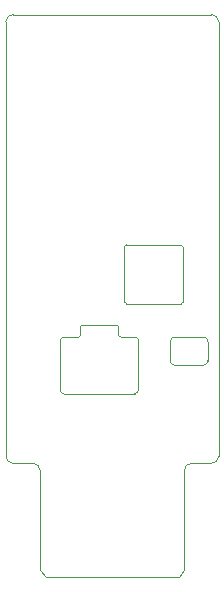
<source format=gm1>
G04 #@! TF.GenerationSoftware,KiCad,Pcbnew,7.0.1-3b83917a11~172~ubuntu22.04.1*
G04 #@! TF.CreationDate,2023-04-10T17:36:39+00:00*
G04 #@! TF.ProjectId,ducklace,6475636b-6c61-4636-952e-6b696361645f,rev?*
G04 #@! TF.SameCoordinates,Original*
G04 #@! TF.FileFunction,Profile,NP*
%FSLAX46Y46*%
G04 Gerber Fmt 4.6, Leading zero omitted, Abs format (unit mm)*
G04 Created by KiCad (PCBNEW 7.0.1-3b83917a11~172~ubuntu22.04.1) date 2023-04-10 17:36:39*
%MOMM*%
%LPD*%
G01*
G04 APERTURE LIST*
G04 #@! TA.AperFunction,Profile*
%ADD10C,0.100000*%
G04 #@! TD*
G04 #@! TA.AperFunction,Profile*
%ADD11C,0.120000*%
G04 #@! TD*
G04 APERTURE END LIST*
D10*
X89500000Y-80680000D02*
X106300000Y-80680000D01*
X91200000Y-118680000D02*
X89500000Y-118680000D01*
X104000000Y-119280000D02*
X104000000Y-119680000D01*
X88900000Y-118080000D02*
G75*
G03*
X89500000Y-118680000I600000J0D01*
G01*
X91800000Y-119280000D02*
X91800000Y-119680000D01*
X104600000Y-118680000D02*
G75*
G03*
X104000000Y-119280000I0J-600000D01*
G01*
X91800000Y-119280000D02*
G75*
G03*
X91200000Y-118680000I-600000J0D01*
G01*
X88900000Y-118080000D02*
X88900000Y-81280000D01*
X106900000Y-81280000D02*
X106900000Y-118080000D01*
X89500000Y-80680000D02*
G75*
G03*
X88900000Y-81280000I0J-600000D01*
G01*
X104600000Y-118680000D02*
X106300000Y-118680000D01*
X106900000Y-81280000D02*
G75*
G03*
X106300000Y-80680000I-600000J0D01*
G01*
X106300000Y-118680000D02*
G75*
G03*
X106900000Y-118080000I0J600000D01*
G01*
G04 #@! TO.C,J1*
X104000000Y-127730000D02*
X104000000Y-119680000D01*
X103550000Y-128330000D02*
X104000000Y-127730000D01*
X103550000Y-128330000D02*
X92250000Y-128330000D01*
X92250000Y-128330000D02*
X91800000Y-127730000D01*
X91800000Y-127730000D02*
X91800000Y-119680000D01*
D11*
G04 #@! TO.C,U4*
X105600000Y-107980000D02*
X103200000Y-107980000D01*
X106000000Y-109980000D02*
X106000000Y-108380000D01*
X102800000Y-109980000D02*
X102800000Y-108380000D01*
X103200000Y-110380000D02*
X105600000Y-110380000D01*
X106000000Y-108380000D02*
G75*
G03*
X105600000Y-107980000I-399999J1D01*
G01*
X103200000Y-107980000D02*
G75*
G03*
X102800000Y-108380000I-1J-399999D01*
G01*
X105600000Y-110380000D02*
G75*
G03*
X106000000Y-109980000I0J400000D01*
G01*
X102800000Y-109980000D02*
G75*
G03*
X103200000Y-110380000I400000J0D01*
G01*
G04 #@! TO.C,U3*
X103900000Y-104980000D02*
X103900000Y-100380000D01*
X103700000Y-100180000D02*
X99100000Y-100180000D01*
X99100000Y-105180000D02*
X103700000Y-105180000D01*
X98900000Y-100380000D02*
X98900000Y-104980000D01*
X103700000Y-105180000D02*
G75*
G03*
X103900000Y-104980000I-1J200001D01*
G01*
X103900000Y-100380000D02*
G75*
G03*
X103700000Y-100180000I-200001J-1D01*
G01*
X98900000Y-104980000D02*
G75*
G03*
X99100000Y-105180000I200000J0D01*
G01*
X99100000Y-100180000D02*
G75*
G03*
X98900000Y-100380000I0J-200000D01*
G01*
G04 #@! TO.C,U2*
X93800000Y-112780000D02*
X99800000Y-112780000D01*
X93500000Y-108180000D02*
X93500000Y-112480000D01*
X100100000Y-108180000D02*
X100100000Y-112480000D01*
X95000000Y-107980000D02*
X93700000Y-107980000D01*
X98600000Y-107980000D02*
X99900000Y-107980000D01*
X95200000Y-107780000D02*
X95000000Y-107980000D01*
X98400000Y-107780000D02*
X98600000Y-107980000D01*
X95200000Y-107080000D02*
X95200000Y-107780000D01*
X98400000Y-107080000D02*
X98400000Y-107780000D01*
X98300000Y-106980000D02*
X95300000Y-106980000D01*
X93500000Y-112480000D02*
G75*
G03*
X93800000Y-112780000I300000J0D01*
G01*
X99800000Y-112780000D02*
G75*
G03*
X100100000Y-112480000I0J300000D01*
G01*
X93700000Y-107980000D02*
G75*
G03*
X93500000Y-108180000I0J-200000D01*
G01*
X100100000Y-108180000D02*
G75*
G03*
X99900000Y-107980000I-200000J0D01*
G01*
X95300000Y-106980000D02*
G75*
G03*
X95200000Y-107080000I0J-100000D01*
G01*
X98400000Y-107080000D02*
G75*
G03*
X98300000Y-106980000I-100000J0D01*
G01*
G04 #@! TD*
M02*

</source>
